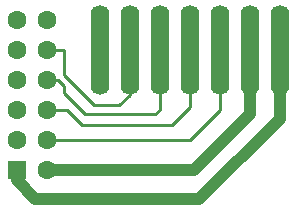
<source format=gtl>
%FSLAX46Y46*%
G04 Gerber Fmt 4.6, Leading zero omitted, Abs format (unit mm)*
G04 Created by KiCad (PCBNEW (2014-10-27 BZR 5228)-product) date 21/11/2015 15:14:05*
%MOMM*%
G01*
G04 APERTURE LIST*
%ADD10C,0.100000*%
%ADD11O,1.600000X7.600000*%
%ADD12R,1.600000X1.500000*%
%ADD13C,1.600000*%
%ADD14C,1.000000*%
%ADD15C,0.400000*%
%ADD16C,0.250000*%
G04 APERTURE END LIST*
D10*
D11*
X23889000Y-3958000D03*
X21349000Y-3958000D03*
X18809000Y-3958000D03*
X16269000Y-3958000D03*
X13729000Y-3958000D03*
X11189000Y-3958000D03*
X8649000Y-3958000D03*
D12*
X1600000Y-14100000D03*
D13*
X4140000Y-14100000D03*
X1600000Y-11560000D03*
X4140000Y-11560000D03*
X1600000Y-9020000D03*
X4140000Y-9020000D03*
X1600000Y-6480000D03*
X4140000Y-6480000D03*
X1600000Y-3940000D03*
X4140000Y-3940000D03*
X1600000Y-1400000D03*
X4140000Y-1400000D03*
D14*
X10000000Y-16600000D02*
X17089000Y-16600000D01*
X1600000Y-15000000D02*
X3200000Y-16600000D01*
X3200000Y-16600000D02*
X10000000Y-16600000D01*
X1600000Y-14100000D02*
X1600000Y-15000000D01*
X23889000Y-9800000D02*
X23889000Y-3958000D01*
X17089000Y-16600000D02*
X23889000Y-9800000D01*
X9960000Y-14100000D02*
X16668000Y-14100000D01*
X16668000Y-14100000D02*
X21349000Y-9419000D01*
X21349000Y-9419000D02*
X21349000Y-3958000D01*
X21349000Y-9419000D02*
X21349000Y-3958000D01*
X16668000Y-14100000D02*
X21349000Y-9419000D01*
X4140000Y-14100000D02*
X9960000Y-14100000D01*
D15*
X9960000Y-14100000D02*
X10000000Y-14060000D01*
D16*
X9919000Y-11560000D02*
X16287000Y-11560000D01*
X18809000Y-9038000D02*
X18809000Y-3958000D01*
X16287000Y-11560000D02*
X18809000Y-9038000D01*
X4140000Y-11560000D02*
X9919000Y-11560000D01*
X9919000Y-11560000D02*
X9960000Y-11560000D01*
X5855000Y-9020000D02*
X5855000Y-9038000D01*
X7125000Y-10308000D02*
X8268000Y-10308000D01*
X5855000Y-9038000D02*
X7125000Y-10308000D01*
X16269000Y-8784000D02*
X16269000Y-3958000D01*
X8268000Y-10308000D02*
X14745000Y-10308000D01*
X14745000Y-10308000D02*
X16269000Y-8784000D01*
X4140000Y-9020000D02*
X5855000Y-9020000D01*
X5605235Y-7001765D02*
X5605235Y-7645235D01*
X7379000Y-9419000D02*
X13348000Y-9419000D01*
X5605235Y-7645235D02*
X7379000Y-9419000D01*
X5093000Y-6480000D02*
X5093000Y-6489530D01*
X13729000Y-9038000D02*
X13729000Y-3958000D01*
X13348000Y-9419000D02*
X13729000Y-9038000D01*
X5093000Y-6489530D02*
X5605235Y-7001765D01*
X4140000Y-6480000D02*
X5093000Y-6480000D01*
X8141000Y-8657000D02*
X10300000Y-8657000D01*
X5601000Y-3940000D02*
X5601000Y-6117000D01*
X11189000Y-7768000D02*
X11189000Y-3958000D01*
X10300000Y-8657000D02*
X11189000Y-7768000D01*
X5601000Y-6117000D02*
X8141000Y-8657000D01*
X4140000Y-3940000D02*
X5601000Y-3940000D01*
M02*

</source>
